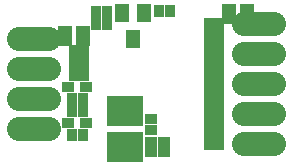
<source format=gbs>
G04 (created by PCBNEW (2013-04-19 BZR 4011)-stable) date 02/09/2014 23:44:52*
%MOIN*%
G04 Gerber Fmt 3.4, Leading zero omitted, Abs format*
%FSLAX34Y34*%
G01*
G70*
G90*
G04 APERTURE LIST*
%ADD10C,2.3622e-006*%
%ADD11R,0.0357X0.0436*%
%ADD12R,0.06X0.1*%
%ADD13R,0.0436X0.0357*%
%ADD14O,0.18X0.08*%
%ADD15R,0.0515X0.0594*%
%ADD16R,0.045X0.065*%
G04 APERTURE END LIST*
G54D10*
G54D11*
X88473Y-63200D03*
X88827Y-63200D03*
G54D12*
X89750Y-66100D03*
X89750Y-67300D03*
X89150Y-67300D03*
X89150Y-66100D03*
G54D11*
X87723Y-64500D03*
X88077Y-64500D03*
X88473Y-62800D03*
X88827Y-62800D03*
X90927Y-62750D03*
X90573Y-62750D03*
X87723Y-64900D03*
X88077Y-64900D03*
X88027Y-66100D03*
X87673Y-66100D03*
G54D13*
X90750Y-67477D03*
X90750Y-67123D03*
X90300Y-66727D03*
X90300Y-66373D03*
G54D11*
X92577Y-66400D03*
X92223Y-66400D03*
X92577Y-65600D03*
X92223Y-65600D03*
X92577Y-67200D03*
X92223Y-67200D03*
X92577Y-65200D03*
X92223Y-65200D03*
X92577Y-63200D03*
X92223Y-63200D03*
X92577Y-64000D03*
X92223Y-64000D03*
X92577Y-63600D03*
X92223Y-63600D03*
X92577Y-64800D03*
X92223Y-64800D03*
X92577Y-66800D03*
X92223Y-66800D03*
X92577Y-66000D03*
X92223Y-66000D03*
X92223Y-64400D03*
X92577Y-64400D03*
X87723Y-64100D03*
X88077Y-64100D03*
G54D14*
X93900Y-63200D03*
X93900Y-64200D03*
X93900Y-65200D03*
X93900Y-66200D03*
X93900Y-67200D03*
X86400Y-63700D03*
X86400Y-64700D03*
X86400Y-65700D03*
X86400Y-66700D03*
G54D13*
X90300Y-67123D03*
X90300Y-67477D03*
G54D15*
X89700Y-63683D03*
X90075Y-62817D03*
X89325Y-62817D03*
G54D16*
X92900Y-62850D03*
X93500Y-62850D03*
X88050Y-63600D03*
X87450Y-63600D03*
G54D11*
X88027Y-66900D03*
X87673Y-66900D03*
X87673Y-65700D03*
X88027Y-65700D03*
G54D13*
X88150Y-66500D03*
X87550Y-66500D03*
X87550Y-65300D03*
X88150Y-65300D03*
M02*

</source>
